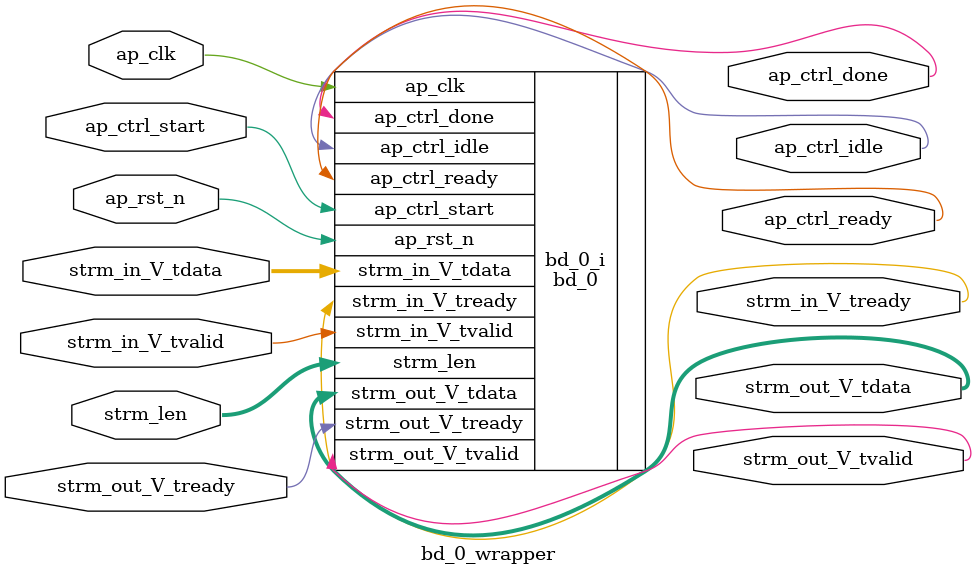
<source format=v>
`timescale 1 ps / 1 ps

module bd_0_wrapper
   (ap_clk,
    ap_ctrl_done,
    ap_ctrl_idle,
    ap_ctrl_ready,
    ap_ctrl_start,
    ap_rst_n,
    strm_in_V_tdata,
    strm_in_V_tready,
    strm_in_V_tvalid,
    strm_len,
    strm_out_V_tdata,
    strm_out_V_tready,
    strm_out_V_tvalid);
  input ap_clk;
  output ap_ctrl_done;
  output ap_ctrl_idle;
  output ap_ctrl_ready;
  input ap_ctrl_start;
  input ap_rst_n;
  input [7:0]strm_in_V_tdata;
  output strm_in_V_tready;
  input strm_in_V_tvalid;
  input [15:0]strm_len;
  output [7:0]strm_out_V_tdata;
  input strm_out_V_tready;
  output strm_out_V_tvalid;

  wire ap_clk;
  wire ap_ctrl_done;
  wire ap_ctrl_idle;
  wire ap_ctrl_ready;
  wire ap_ctrl_start;
  wire ap_rst_n;
  wire [7:0]strm_in_V_tdata;
  wire strm_in_V_tready;
  wire strm_in_V_tvalid;
  wire [15:0]strm_len;
  wire [7:0]strm_out_V_tdata;
  wire strm_out_V_tready;
  wire strm_out_V_tvalid;

  bd_0 bd_0_i
       (.ap_clk(ap_clk),
        .ap_ctrl_done(ap_ctrl_done),
        .ap_ctrl_idle(ap_ctrl_idle),
        .ap_ctrl_ready(ap_ctrl_ready),
        .ap_ctrl_start(ap_ctrl_start),
        .ap_rst_n(ap_rst_n),
        .strm_in_V_tdata(strm_in_V_tdata),
        .strm_in_V_tready(strm_in_V_tready),
        .strm_in_V_tvalid(strm_in_V_tvalid),
        .strm_len(strm_len),
        .strm_out_V_tdata(strm_out_V_tdata),
        .strm_out_V_tready(strm_out_V_tready),
        .strm_out_V_tvalid(strm_out_V_tvalid));
endmodule

</source>
